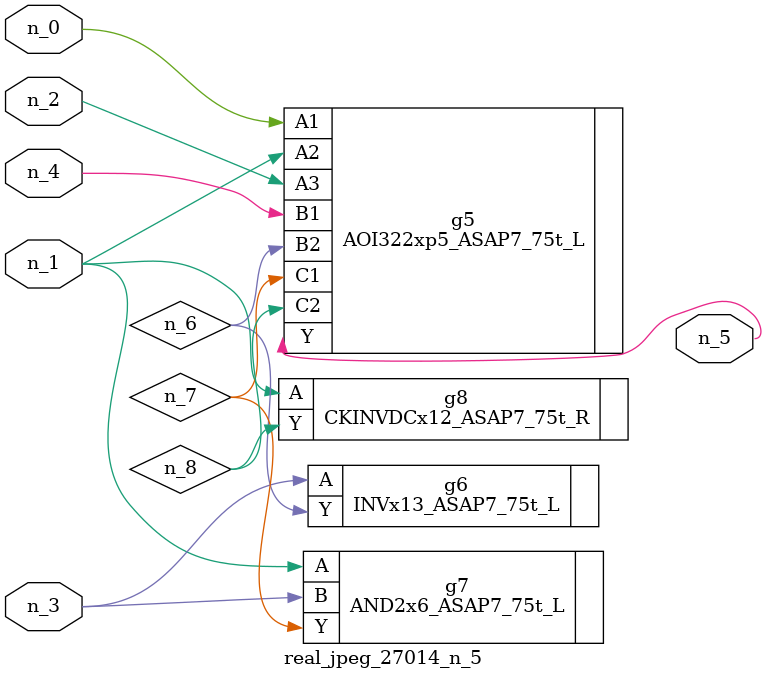
<source format=v>
module real_jpeg_27014_n_5 (n_4, n_0, n_1, n_2, n_3, n_5);

input n_4;
input n_0;
input n_1;
input n_2;
input n_3;

output n_5;

wire n_8;
wire n_6;
wire n_7;

AOI322xp5_ASAP7_75t_L g5 ( 
.A1(n_0),
.A2(n_1),
.A3(n_2),
.B1(n_4),
.B2(n_6),
.C1(n_7),
.C2(n_8),
.Y(n_5)
);

AND2x6_ASAP7_75t_L g7 ( 
.A(n_1),
.B(n_3),
.Y(n_7)
);

CKINVDCx12_ASAP7_75t_R g8 ( 
.A(n_1),
.Y(n_8)
);

INVx13_ASAP7_75t_L g6 ( 
.A(n_3),
.Y(n_6)
);


endmodule
</source>
